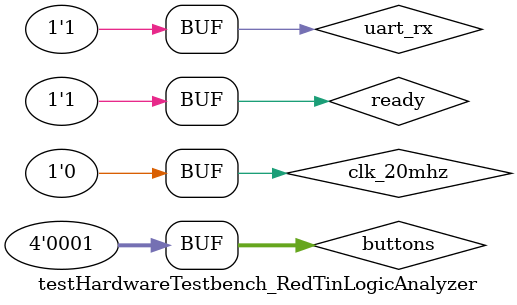
<source format=v>
`timescale 1ns / 1ps


module testHardwareTestbench_RedTinLogicAnalyzer;

	// Inputs
	reg clk_20mhz = 0;
	reg [3:0] buttons = 0;
	reg uart_rx = 1;

	// Outputs
	wire [7:0] leds;
	wire uart_tx;

	// Instantiate the Unit Under Test (UUT)
	HardwareTestbench_RedTinLogicAnalyzer uut (
		.clk_20mhz(clk_20mhz), 
		.leds(leds), 
		.buttons(buttons),
		.uart_rx(uart_rx),
		.uart_tx(uart_tx)
	);

	reg ready = 0;
	initial begin
		#100;
      ready = 1;
		#500;
		buttons[0] = 1;
	end
	
	always begin
		#25;
		clk_20mhz = ready;
		#25;
		clk_20mhz = 0;
	end
      
endmodule


</source>
